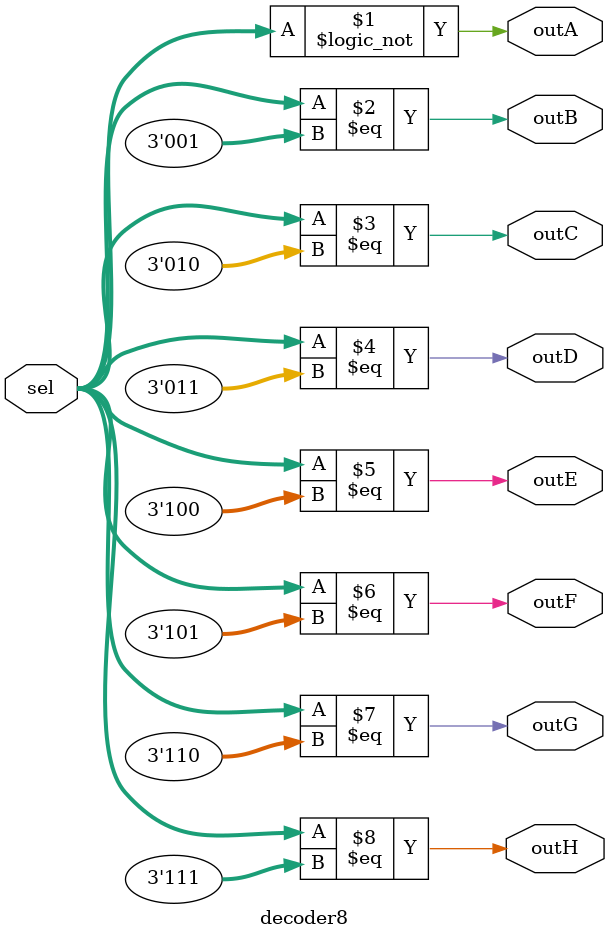
<source format=v>
module decoder2(outA, outB, sel);

    parameter
        width = 1;
    
    output [width-1:0] outA, outB;
    input          sel;

    assign outA = (sel == 'b0);
    assign outB = (sel == 'b1);

endmodule // decoder2

module decoder4(outA, outB, outC, outD, sel);

    parameter
        width = 1;
    
    output [width-1:0] outA, outB, outC, outD;
    input  [1:0]       sel;
    
    assign outA = (sel == 'b00);
    assign outB = (sel == 'b01);
    assign outC = (sel == 'b10);
    assign outD = (sel == 'b11);

endmodule // decoder4

module decoder8(outA, outB, outC, outD, outE, outF, outG, outH, sel);

    parameter
        width = 1;
    
    output [width-1:0] outA, outB, outC, outD, outE, outF, outG, outH;
    input  [2:0]       sel;
    
    assign outA = (sel == 'b000);
    assign outB = (sel == 'b001);
    assign outC = (sel == 'b010);
    assign outD = (sel == 'b011);
    assign outE = (sel == 'b100);
    assign outF = (sel == 'b101);
    assign outG = (sel == 'b110);
    assign outH = (sel == 'b111);


endmodule // decoder8


</source>
